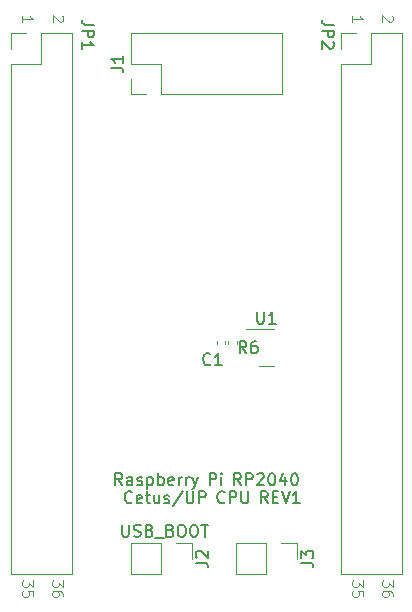
<source format=gbr>
G04 #@! TF.GenerationSoftware,KiCad,Pcbnew,(7.0.0)*
G04 #@! TF.CreationDate,2023-06-23T19:03:52+10:00*
G04 #@! TF.ProjectId,RP2040_minimal,52503230-3430-45f6-9d69-6e696d616c2e,REV1*
G04 #@! TF.SameCoordinates,Original*
G04 #@! TF.FileFunction,Legend,Top*
G04 #@! TF.FilePolarity,Positive*
%FSLAX46Y46*%
G04 Gerber Fmt 4.6, Leading zero omitted, Abs format (unit mm)*
G04 Created by KiCad (PCBNEW (7.0.0)) date 2023-06-23 19:03:52*
%MOMM*%
%LPD*%
G01*
G04 APERTURE LIST*
%ADD10C,0.100000*%
%ADD11C,0.150000*%
%ADD12C,0.120000*%
G04 APERTURE END LIST*
D10*
X145349357Y-123731428D02*
X145349357Y-124288571D01*
X145349357Y-124288571D02*
X145006500Y-123988571D01*
X145006500Y-123988571D02*
X145006500Y-124117142D01*
X145006500Y-124117142D02*
X144963642Y-124202857D01*
X144963642Y-124202857D02*
X144920785Y-124245714D01*
X144920785Y-124245714D02*
X144835071Y-124288571D01*
X144835071Y-124288571D02*
X144620785Y-124288571D01*
X144620785Y-124288571D02*
X144535071Y-124245714D01*
X144535071Y-124245714D02*
X144492214Y-124202857D01*
X144492214Y-124202857D02*
X144449357Y-124117142D01*
X144449357Y-124117142D02*
X144449357Y-123859999D01*
X144449357Y-123859999D02*
X144492214Y-123774285D01*
X144492214Y-123774285D02*
X144535071Y-123731428D01*
X145349357Y-125102857D02*
X145349357Y-124674285D01*
X145349357Y-124674285D02*
X144920785Y-124631428D01*
X144920785Y-124631428D02*
X144963642Y-124674285D01*
X144963642Y-124674285D02*
X145006500Y-124760000D01*
X145006500Y-124760000D02*
X145006500Y-124974285D01*
X145006500Y-124974285D02*
X144963642Y-125060000D01*
X144963642Y-125060000D02*
X144920785Y-125102857D01*
X144920785Y-125102857D02*
X144835071Y-125145714D01*
X144835071Y-125145714D02*
X144620785Y-125145714D01*
X144620785Y-125145714D02*
X144535071Y-125102857D01*
X144535071Y-125102857D02*
X144492214Y-125060000D01*
X144492214Y-125060000D02*
X144449357Y-124974285D01*
X144449357Y-124974285D02*
X144449357Y-124760000D01*
X144449357Y-124760000D02*
X144492214Y-124674285D01*
X144492214Y-124674285D02*
X144535071Y-124631428D01*
X175743642Y-75942857D02*
X175786500Y-75985714D01*
X175786500Y-75985714D02*
X175829357Y-76071429D01*
X175829357Y-76071429D02*
X175829357Y-76285714D01*
X175829357Y-76285714D02*
X175786500Y-76371429D01*
X175786500Y-76371429D02*
X175743642Y-76414286D01*
X175743642Y-76414286D02*
X175657928Y-76457143D01*
X175657928Y-76457143D02*
X175572214Y-76457143D01*
X175572214Y-76457143D02*
X175443642Y-76414286D01*
X175443642Y-76414286D02*
X174929357Y-75900000D01*
X174929357Y-75900000D02*
X174929357Y-76457143D01*
X173289357Y-123731428D02*
X173289357Y-124288571D01*
X173289357Y-124288571D02*
X172946500Y-123988571D01*
X172946500Y-123988571D02*
X172946500Y-124117142D01*
X172946500Y-124117142D02*
X172903642Y-124202857D01*
X172903642Y-124202857D02*
X172860785Y-124245714D01*
X172860785Y-124245714D02*
X172775071Y-124288571D01*
X172775071Y-124288571D02*
X172560785Y-124288571D01*
X172560785Y-124288571D02*
X172475071Y-124245714D01*
X172475071Y-124245714D02*
X172432214Y-124202857D01*
X172432214Y-124202857D02*
X172389357Y-124117142D01*
X172389357Y-124117142D02*
X172389357Y-123859999D01*
X172389357Y-123859999D02*
X172432214Y-123774285D01*
X172432214Y-123774285D02*
X172475071Y-123731428D01*
X173289357Y-125102857D02*
X173289357Y-124674285D01*
X173289357Y-124674285D02*
X172860785Y-124631428D01*
X172860785Y-124631428D02*
X172903642Y-124674285D01*
X172903642Y-124674285D02*
X172946500Y-124760000D01*
X172946500Y-124760000D02*
X172946500Y-124974285D01*
X172946500Y-124974285D02*
X172903642Y-125060000D01*
X172903642Y-125060000D02*
X172860785Y-125102857D01*
X172860785Y-125102857D02*
X172775071Y-125145714D01*
X172775071Y-125145714D02*
X172560785Y-125145714D01*
X172560785Y-125145714D02*
X172475071Y-125102857D01*
X172475071Y-125102857D02*
X172432214Y-125060000D01*
X172432214Y-125060000D02*
X172389357Y-124974285D01*
X172389357Y-124974285D02*
X172389357Y-124760000D01*
X172389357Y-124760000D02*
X172432214Y-124674285D01*
X172432214Y-124674285D02*
X172475071Y-124631428D01*
X147889357Y-123731428D02*
X147889357Y-124288571D01*
X147889357Y-124288571D02*
X147546500Y-123988571D01*
X147546500Y-123988571D02*
X147546500Y-124117142D01*
X147546500Y-124117142D02*
X147503642Y-124202857D01*
X147503642Y-124202857D02*
X147460785Y-124245714D01*
X147460785Y-124245714D02*
X147375071Y-124288571D01*
X147375071Y-124288571D02*
X147160785Y-124288571D01*
X147160785Y-124288571D02*
X147075071Y-124245714D01*
X147075071Y-124245714D02*
X147032214Y-124202857D01*
X147032214Y-124202857D02*
X146989357Y-124117142D01*
X146989357Y-124117142D02*
X146989357Y-123859999D01*
X146989357Y-123859999D02*
X147032214Y-123774285D01*
X147032214Y-123774285D02*
X147075071Y-123731428D01*
X147889357Y-125060000D02*
X147889357Y-124888571D01*
X147889357Y-124888571D02*
X147846500Y-124802857D01*
X147846500Y-124802857D02*
X147803642Y-124760000D01*
X147803642Y-124760000D02*
X147675071Y-124674285D01*
X147675071Y-124674285D02*
X147503642Y-124631428D01*
X147503642Y-124631428D02*
X147160785Y-124631428D01*
X147160785Y-124631428D02*
X147075071Y-124674285D01*
X147075071Y-124674285D02*
X147032214Y-124717142D01*
X147032214Y-124717142D02*
X146989357Y-124802857D01*
X146989357Y-124802857D02*
X146989357Y-124974285D01*
X146989357Y-124974285D02*
X147032214Y-125060000D01*
X147032214Y-125060000D02*
X147075071Y-125102857D01*
X147075071Y-125102857D02*
X147160785Y-125145714D01*
X147160785Y-125145714D02*
X147375071Y-125145714D01*
X147375071Y-125145714D02*
X147460785Y-125102857D01*
X147460785Y-125102857D02*
X147503642Y-125060000D01*
X147503642Y-125060000D02*
X147546500Y-124974285D01*
X147546500Y-124974285D02*
X147546500Y-124802857D01*
X147546500Y-124802857D02*
X147503642Y-124717142D01*
X147503642Y-124717142D02*
X147460785Y-124674285D01*
X147460785Y-124674285D02*
X147375071Y-124631428D01*
X175829357Y-123731428D02*
X175829357Y-124288571D01*
X175829357Y-124288571D02*
X175486500Y-123988571D01*
X175486500Y-123988571D02*
X175486500Y-124117142D01*
X175486500Y-124117142D02*
X175443642Y-124202857D01*
X175443642Y-124202857D02*
X175400785Y-124245714D01*
X175400785Y-124245714D02*
X175315071Y-124288571D01*
X175315071Y-124288571D02*
X175100785Y-124288571D01*
X175100785Y-124288571D02*
X175015071Y-124245714D01*
X175015071Y-124245714D02*
X174972214Y-124202857D01*
X174972214Y-124202857D02*
X174929357Y-124117142D01*
X174929357Y-124117142D02*
X174929357Y-123859999D01*
X174929357Y-123859999D02*
X174972214Y-123774285D01*
X174972214Y-123774285D02*
X175015071Y-123731428D01*
X175829357Y-125060000D02*
X175829357Y-124888571D01*
X175829357Y-124888571D02*
X175786500Y-124802857D01*
X175786500Y-124802857D02*
X175743642Y-124760000D01*
X175743642Y-124760000D02*
X175615071Y-124674285D01*
X175615071Y-124674285D02*
X175443642Y-124631428D01*
X175443642Y-124631428D02*
X175100785Y-124631428D01*
X175100785Y-124631428D02*
X175015071Y-124674285D01*
X175015071Y-124674285D02*
X174972214Y-124717142D01*
X174972214Y-124717142D02*
X174929357Y-124802857D01*
X174929357Y-124802857D02*
X174929357Y-124974285D01*
X174929357Y-124974285D02*
X174972214Y-125060000D01*
X174972214Y-125060000D02*
X175015071Y-125102857D01*
X175015071Y-125102857D02*
X175100785Y-125145714D01*
X175100785Y-125145714D02*
X175315071Y-125145714D01*
X175315071Y-125145714D02*
X175400785Y-125102857D01*
X175400785Y-125102857D02*
X175443642Y-125060000D01*
X175443642Y-125060000D02*
X175486500Y-124974285D01*
X175486500Y-124974285D02*
X175486500Y-124802857D01*
X175486500Y-124802857D02*
X175443642Y-124717142D01*
X175443642Y-124717142D02*
X175400785Y-124674285D01*
X175400785Y-124674285D02*
X175315071Y-124631428D01*
D11*
X152896189Y-115683380D02*
X152562856Y-115207190D01*
X152324761Y-115683380D02*
X152324761Y-114683380D01*
X152324761Y-114683380D02*
X152705713Y-114683380D01*
X152705713Y-114683380D02*
X152800951Y-114731000D01*
X152800951Y-114731000D02*
X152848570Y-114778619D01*
X152848570Y-114778619D02*
X152896189Y-114873857D01*
X152896189Y-114873857D02*
X152896189Y-115016714D01*
X152896189Y-115016714D02*
X152848570Y-115111952D01*
X152848570Y-115111952D02*
X152800951Y-115159571D01*
X152800951Y-115159571D02*
X152705713Y-115207190D01*
X152705713Y-115207190D02*
X152324761Y-115207190D01*
X153753332Y-115683380D02*
X153753332Y-115159571D01*
X153753332Y-115159571D02*
X153705713Y-115064333D01*
X153705713Y-115064333D02*
X153610475Y-115016714D01*
X153610475Y-115016714D02*
X153419999Y-115016714D01*
X153419999Y-115016714D02*
X153324761Y-115064333D01*
X153753332Y-115635761D02*
X153658094Y-115683380D01*
X153658094Y-115683380D02*
X153419999Y-115683380D01*
X153419999Y-115683380D02*
X153324761Y-115635761D01*
X153324761Y-115635761D02*
X153277142Y-115540523D01*
X153277142Y-115540523D02*
X153277142Y-115445285D01*
X153277142Y-115445285D02*
X153324761Y-115350047D01*
X153324761Y-115350047D02*
X153419999Y-115302428D01*
X153419999Y-115302428D02*
X153658094Y-115302428D01*
X153658094Y-115302428D02*
X153753332Y-115254809D01*
X154181904Y-115635761D02*
X154277142Y-115683380D01*
X154277142Y-115683380D02*
X154467618Y-115683380D01*
X154467618Y-115683380D02*
X154562856Y-115635761D01*
X154562856Y-115635761D02*
X154610475Y-115540523D01*
X154610475Y-115540523D02*
X154610475Y-115492904D01*
X154610475Y-115492904D02*
X154562856Y-115397666D01*
X154562856Y-115397666D02*
X154467618Y-115350047D01*
X154467618Y-115350047D02*
X154324761Y-115350047D01*
X154324761Y-115350047D02*
X154229523Y-115302428D01*
X154229523Y-115302428D02*
X154181904Y-115207190D01*
X154181904Y-115207190D02*
X154181904Y-115159571D01*
X154181904Y-115159571D02*
X154229523Y-115064333D01*
X154229523Y-115064333D02*
X154324761Y-115016714D01*
X154324761Y-115016714D02*
X154467618Y-115016714D01*
X154467618Y-115016714D02*
X154562856Y-115064333D01*
X155039047Y-115016714D02*
X155039047Y-116016714D01*
X155039047Y-115064333D02*
X155134285Y-115016714D01*
X155134285Y-115016714D02*
X155324761Y-115016714D01*
X155324761Y-115016714D02*
X155419999Y-115064333D01*
X155419999Y-115064333D02*
X155467618Y-115111952D01*
X155467618Y-115111952D02*
X155515237Y-115207190D01*
X155515237Y-115207190D02*
X155515237Y-115492904D01*
X155515237Y-115492904D02*
X155467618Y-115588142D01*
X155467618Y-115588142D02*
X155419999Y-115635761D01*
X155419999Y-115635761D02*
X155324761Y-115683380D01*
X155324761Y-115683380D02*
X155134285Y-115683380D01*
X155134285Y-115683380D02*
X155039047Y-115635761D01*
X155943809Y-115683380D02*
X155943809Y-114683380D01*
X155943809Y-115064333D02*
X156039047Y-115016714D01*
X156039047Y-115016714D02*
X156229523Y-115016714D01*
X156229523Y-115016714D02*
X156324761Y-115064333D01*
X156324761Y-115064333D02*
X156372380Y-115111952D01*
X156372380Y-115111952D02*
X156419999Y-115207190D01*
X156419999Y-115207190D02*
X156419999Y-115492904D01*
X156419999Y-115492904D02*
X156372380Y-115588142D01*
X156372380Y-115588142D02*
X156324761Y-115635761D01*
X156324761Y-115635761D02*
X156229523Y-115683380D01*
X156229523Y-115683380D02*
X156039047Y-115683380D01*
X156039047Y-115683380D02*
X155943809Y-115635761D01*
X157229523Y-115635761D02*
X157134285Y-115683380D01*
X157134285Y-115683380D02*
X156943809Y-115683380D01*
X156943809Y-115683380D02*
X156848571Y-115635761D01*
X156848571Y-115635761D02*
X156800952Y-115540523D01*
X156800952Y-115540523D02*
X156800952Y-115159571D01*
X156800952Y-115159571D02*
X156848571Y-115064333D01*
X156848571Y-115064333D02*
X156943809Y-115016714D01*
X156943809Y-115016714D02*
X157134285Y-115016714D01*
X157134285Y-115016714D02*
X157229523Y-115064333D01*
X157229523Y-115064333D02*
X157277142Y-115159571D01*
X157277142Y-115159571D02*
X157277142Y-115254809D01*
X157277142Y-115254809D02*
X156800952Y-115350047D01*
X157705714Y-115683380D02*
X157705714Y-115016714D01*
X157705714Y-115207190D02*
X157753333Y-115111952D01*
X157753333Y-115111952D02*
X157800952Y-115064333D01*
X157800952Y-115064333D02*
X157896190Y-115016714D01*
X157896190Y-115016714D02*
X157991428Y-115016714D01*
X158324762Y-115683380D02*
X158324762Y-115016714D01*
X158324762Y-115207190D02*
X158372381Y-115111952D01*
X158372381Y-115111952D02*
X158420000Y-115064333D01*
X158420000Y-115064333D02*
X158515238Y-115016714D01*
X158515238Y-115016714D02*
X158610476Y-115016714D01*
X158848572Y-115016714D02*
X159086667Y-115683380D01*
X159324762Y-115016714D02*
X159086667Y-115683380D01*
X159086667Y-115683380D02*
X158991429Y-115921476D01*
X158991429Y-115921476D02*
X158943810Y-115969095D01*
X158943810Y-115969095D02*
X158848572Y-116016714D01*
X160305715Y-115683380D02*
X160305715Y-114683380D01*
X160305715Y-114683380D02*
X160686667Y-114683380D01*
X160686667Y-114683380D02*
X160781905Y-114731000D01*
X160781905Y-114731000D02*
X160829524Y-114778619D01*
X160829524Y-114778619D02*
X160877143Y-114873857D01*
X160877143Y-114873857D02*
X160877143Y-115016714D01*
X160877143Y-115016714D02*
X160829524Y-115111952D01*
X160829524Y-115111952D02*
X160781905Y-115159571D01*
X160781905Y-115159571D02*
X160686667Y-115207190D01*
X160686667Y-115207190D02*
X160305715Y-115207190D01*
X161305715Y-115683380D02*
X161305715Y-115016714D01*
X161305715Y-114683380D02*
X161258096Y-114731000D01*
X161258096Y-114731000D02*
X161305715Y-114778619D01*
X161305715Y-114778619D02*
X161353334Y-114731000D01*
X161353334Y-114731000D02*
X161305715Y-114683380D01*
X161305715Y-114683380D02*
X161305715Y-114778619D01*
X162953333Y-115683380D02*
X162620000Y-115207190D01*
X162381905Y-115683380D02*
X162381905Y-114683380D01*
X162381905Y-114683380D02*
X162762857Y-114683380D01*
X162762857Y-114683380D02*
X162858095Y-114731000D01*
X162858095Y-114731000D02*
X162905714Y-114778619D01*
X162905714Y-114778619D02*
X162953333Y-114873857D01*
X162953333Y-114873857D02*
X162953333Y-115016714D01*
X162953333Y-115016714D02*
X162905714Y-115111952D01*
X162905714Y-115111952D02*
X162858095Y-115159571D01*
X162858095Y-115159571D02*
X162762857Y-115207190D01*
X162762857Y-115207190D02*
X162381905Y-115207190D01*
X163381905Y-115683380D02*
X163381905Y-114683380D01*
X163381905Y-114683380D02*
X163762857Y-114683380D01*
X163762857Y-114683380D02*
X163858095Y-114731000D01*
X163858095Y-114731000D02*
X163905714Y-114778619D01*
X163905714Y-114778619D02*
X163953333Y-114873857D01*
X163953333Y-114873857D02*
X163953333Y-115016714D01*
X163953333Y-115016714D02*
X163905714Y-115111952D01*
X163905714Y-115111952D02*
X163858095Y-115159571D01*
X163858095Y-115159571D02*
X163762857Y-115207190D01*
X163762857Y-115207190D02*
X163381905Y-115207190D01*
X164334286Y-114778619D02*
X164381905Y-114731000D01*
X164381905Y-114731000D02*
X164477143Y-114683380D01*
X164477143Y-114683380D02*
X164715238Y-114683380D01*
X164715238Y-114683380D02*
X164810476Y-114731000D01*
X164810476Y-114731000D02*
X164858095Y-114778619D01*
X164858095Y-114778619D02*
X164905714Y-114873857D01*
X164905714Y-114873857D02*
X164905714Y-114969095D01*
X164905714Y-114969095D02*
X164858095Y-115111952D01*
X164858095Y-115111952D02*
X164286667Y-115683380D01*
X164286667Y-115683380D02*
X164905714Y-115683380D01*
X165524762Y-114683380D02*
X165620000Y-114683380D01*
X165620000Y-114683380D02*
X165715238Y-114731000D01*
X165715238Y-114731000D02*
X165762857Y-114778619D01*
X165762857Y-114778619D02*
X165810476Y-114873857D01*
X165810476Y-114873857D02*
X165858095Y-115064333D01*
X165858095Y-115064333D02*
X165858095Y-115302428D01*
X165858095Y-115302428D02*
X165810476Y-115492904D01*
X165810476Y-115492904D02*
X165762857Y-115588142D01*
X165762857Y-115588142D02*
X165715238Y-115635761D01*
X165715238Y-115635761D02*
X165620000Y-115683380D01*
X165620000Y-115683380D02*
X165524762Y-115683380D01*
X165524762Y-115683380D02*
X165429524Y-115635761D01*
X165429524Y-115635761D02*
X165381905Y-115588142D01*
X165381905Y-115588142D02*
X165334286Y-115492904D01*
X165334286Y-115492904D02*
X165286667Y-115302428D01*
X165286667Y-115302428D02*
X165286667Y-115064333D01*
X165286667Y-115064333D02*
X165334286Y-114873857D01*
X165334286Y-114873857D02*
X165381905Y-114778619D01*
X165381905Y-114778619D02*
X165429524Y-114731000D01*
X165429524Y-114731000D02*
X165524762Y-114683380D01*
X166715238Y-115016714D02*
X166715238Y-115683380D01*
X166477143Y-114635761D02*
X166239048Y-115350047D01*
X166239048Y-115350047D02*
X166858095Y-115350047D01*
X167429524Y-114683380D02*
X167524762Y-114683380D01*
X167524762Y-114683380D02*
X167620000Y-114731000D01*
X167620000Y-114731000D02*
X167667619Y-114778619D01*
X167667619Y-114778619D02*
X167715238Y-114873857D01*
X167715238Y-114873857D02*
X167762857Y-115064333D01*
X167762857Y-115064333D02*
X167762857Y-115302428D01*
X167762857Y-115302428D02*
X167715238Y-115492904D01*
X167715238Y-115492904D02*
X167667619Y-115588142D01*
X167667619Y-115588142D02*
X167620000Y-115635761D01*
X167620000Y-115635761D02*
X167524762Y-115683380D01*
X167524762Y-115683380D02*
X167429524Y-115683380D01*
X167429524Y-115683380D02*
X167334286Y-115635761D01*
X167334286Y-115635761D02*
X167286667Y-115588142D01*
X167286667Y-115588142D02*
X167239048Y-115492904D01*
X167239048Y-115492904D02*
X167191429Y-115302428D01*
X167191429Y-115302428D02*
X167191429Y-115064333D01*
X167191429Y-115064333D02*
X167239048Y-114873857D01*
X167239048Y-114873857D02*
X167286667Y-114778619D01*
X167286667Y-114778619D02*
X167334286Y-114731000D01*
X167334286Y-114731000D02*
X167429524Y-114683380D01*
D10*
X172389357Y-76457143D02*
X172389357Y-75942857D01*
X172389357Y-76200000D02*
X173289357Y-76200000D01*
X173289357Y-76200000D02*
X173160785Y-76114286D01*
X173160785Y-76114286D02*
X173075071Y-76028571D01*
X173075071Y-76028571D02*
X173032214Y-75942857D01*
D11*
X152892571Y-119049380D02*
X152892571Y-119858904D01*
X152892571Y-119858904D02*
X152940190Y-119954142D01*
X152940190Y-119954142D02*
X152987809Y-120001761D01*
X152987809Y-120001761D02*
X153083047Y-120049380D01*
X153083047Y-120049380D02*
X153273523Y-120049380D01*
X153273523Y-120049380D02*
X153368761Y-120001761D01*
X153368761Y-120001761D02*
X153416380Y-119954142D01*
X153416380Y-119954142D02*
X153463999Y-119858904D01*
X153463999Y-119858904D02*
X153463999Y-119049380D01*
X153892571Y-120001761D02*
X154035428Y-120049380D01*
X154035428Y-120049380D02*
X154273523Y-120049380D01*
X154273523Y-120049380D02*
X154368761Y-120001761D01*
X154368761Y-120001761D02*
X154416380Y-119954142D01*
X154416380Y-119954142D02*
X154463999Y-119858904D01*
X154463999Y-119858904D02*
X154463999Y-119763666D01*
X154463999Y-119763666D02*
X154416380Y-119668428D01*
X154416380Y-119668428D02*
X154368761Y-119620809D01*
X154368761Y-119620809D02*
X154273523Y-119573190D01*
X154273523Y-119573190D02*
X154083047Y-119525571D01*
X154083047Y-119525571D02*
X153987809Y-119477952D01*
X153987809Y-119477952D02*
X153940190Y-119430333D01*
X153940190Y-119430333D02*
X153892571Y-119335095D01*
X153892571Y-119335095D02*
X153892571Y-119239857D01*
X153892571Y-119239857D02*
X153940190Y-119144619D01*
X153940190Y-119144619D02*
X153987809Y-119097000D01*
X153987809Y-119097000D02*
X154083047Y-119049380D01*
X154083047Y-119049380D02*
X154321142Y-119049380D01*
X154321142Y-119049380D02*
X154463999Y-119097000D01*
X155225904Y-119525571D02*
X155368761Y-119573190D01*
X155368761Y-119573190D02*
X155416380Y-119620809D01*
X155416380Y-119620809D02*
X155463999Y-119716047D01*
X155463999Y-119716047D02*
X155463999Y-119858904D01*
X155463999Y-119858904D02*
X155416380Y-119954142D01*
X155416380Y-119954142D02*
X155368761Y-120001761D01*
X155368761Y-120001761D02*
X155273523Y-120049380D01*
X155273523Y-120049380D02*
X154892571Y-120049380D01*
X154892571Y-120049380D02*
X154892571Y-119049380D01*
X154892571Y-119049380D02*
X155225904Y-119049380D01*
X155225904Y-119049380D02*
X155321142Y-119097000D01*
X155321142Y-119097000D02*
X155368761Y-119144619D01*
X155368761Y-119144619D02*
X155416380Y-119239857D01*
X155416380Y-119239857D02*
X155416380Y-119335095D01*
X155416380Y-119335095D02*
X155368761Y-119430333D01*
X155368761Y-119430333D02*
X155321142Y-119477952D01*
X155321142Y-119477952D02*
X155225904Y-119525571D01*
X155225904Y-119525571D02*
X154892571Y-119525571D01*
X155654476Y-120144619D02*
X156416380Y-120144619D01*
X156987809Y-119525571D02*
X157130666Y-119573190D01*
X157130666Y-119573190D02*
X157178285Y-119620809D01*
X157178285Y-119620809D02*
X157225904Y-119716047D01*
X157225904Y-119716047D02*
X157225904Y-119858904D01*
X157225904Y-119858904D02*
X157178285Y-119954142D01*
X157178285Y-119954142D02*
X157130666Y-120001761D01*
X157130666Y-120001761D02*
X157035428Y-120049380D01*
X157035428Y-120049380D02*
X156654476Y-120049380D01*
X156654476Y-120049380D02*
X156654476Y-119049380D01*
X156654476Y-119049380D02*
X156987809Y-119049380D01*
X156987809Y-119049380D02*
X157083047Y-119097000D01*
X157083047Y-119097000D02*
X157130666Y-119144619D01*
X157130666Y-119144619D02*
X157178285Y-119239857D01*
X157178285Y-119239857D02*
X157178285Y-119335095D01*
X157178285Y-119335095D02*
X157130666Y-119430333D01*
X157130666Y-119430333D02*
X157083047Y-119477952D01*
X157083047Y-119477952D02*
X156987809Y-119525571D01*
X156987809Y-119525571D02*
X156654476Y-119525571D01*
X157844952Y-119049380D02*
X158035428Y-119049380D01*
X158035428Y-119049380D02*
X158130666Y-119097000D01*
X158130666Y-119097000D02*
X158225904Y-119192238D01*
X158225904Y-119192238D02*
X158273523Y-119382714D01*
X158273523Y-119382714D02*
X158273523Y-119716047D01*
X158273523Y-119716047D02*
X158225904Y-119906523D01*
X158225904Y-119906523D02*
X158130666Y-120001761D01*
X158130666Y-120001761D02*
X158035428Y-120049380D01*
X158035428Y-120049380D02*
X157844952Y-120049380D01*
X157844952Y-120049380D02*
X157749714Y-120001761D01*
X157749714Y-120001761D02*
X157654476Y-119906523D01*
X157654476Y-119906523D02*
X157606857Y-119716047D01*
X157606857Y-119716047D02*
X157606857Y-119382714D01*
X157606857Y-119382714D02*
X157654476Y-119192238D01*
X157654476Y-119192238D02*
X157749714Y-119097000D01*
X157749714Y-119097000D02*
X157844952Y-119049380D01*
X158892571Y-119049380D02*
X159083047Y-119049380D01*
X159083047Y-119049380D02*
X159178285Y-119097000D01*
X159178285Y-119097000D02*
X159273523Y-119192238D01*
X159273523Y-119192238D02*
X159321142Y-119382714D01*
X159321142Y-119382714D02*
X159321142Y-119716047D01*
X159321142Y-119716047D02*
X159273523Y-119906523D01*
X159273523Y-119906523D02*
X159178285Y-120001761D01*
X159178285Y-120001761D02*
X159083047Y-120049380D01*
X159083047Y-120049380D02*
X158892571Y-120049380D01*
X158892571Y-120049380D02*
X158797333Y-120001761D01*
X158797333Y-120001761D02*
X158702095Y-119906523D01*
X158702095Y-119906523D02*
X158654476Y-119716047D01*
X158654476Y-119716047D02*
X158654476Y-119382714D01*
X158654476Y-119382714D02*
X158702095Y-119192238D01*
X158702095Y-119192238D02*
X158797333Y-119097000D01*
X158797333Y-119097000D02*
X158892571Y-119049380D01*
X159606857Y-119049380D02*
X160178285Y-119049380D01*
X159892571Y-120049380D02*
X159892571Y-119049380D01*
X153737523Y-117112142D02*
X153689904Y-117159761D01*
X153689904Y-117159761D02*
X153547047Y-117207380D01*
X153547047Y-117207380D02*
X153451809Y-117207380D01*
X153451809Y-117207380D02*
X153308952Y-117159761D01*
X153308952Y-117159761D02*
X153213714Y-117064523D01*
X153213714Y-117064523D02*
X153166095Y-116969285D01*
X153166095Y-116969285D02*
X153118476Y-116778809D01*
X153118476Y-116778809D02*
X153118476Y-116635952D01*
X153118476Y-116635952D02*
X153166095Y-116445476D01*
X153166095Y-116445476D02*
X153213714Y-116350238D01*
X153213714Y-116350238D02*
X153308952Y-116255000D01*
X153308952Y-116255000D02*
X153451809Y-116207380D01*
X153451809Y-116207380D02*
X153547047Y-116207380D01*
X153547047Y-116207380D02*
X153689904Y-116255000D01*
X153689904Y-116255000D02*
X153737523Y-116302619D01*
X154547047Y-117159761D02*
X154451809Y-117207380D01*
X154451809Y-117207380D02*
X154261333Y-117207380D01*
X154261333Y-117207380D02*
X154166095Y-117159761D01*
X154166095Y-117159761D02*
X154118476Y-117064523D01*
X154118476Y-117064523D02*
X154118476Y-116683571D01*
X154118476Y-116683571D02*
X154166095Y-116588333D01*
X154166095Y-116588333D02*
X154261333Y-116540714D01*
X154261333Y-116540714D02*
X154451809Y-116540714D01*
X154451809Y-116540714D02*
X154547047Y-116588333D01*
X154547047Y-116588333D02*
X154594666Y-116683571D01*
X154594666Y-116683571D02*
X154594666Y-116778809D01*
X154594666Y-116778809D02*
X154118476Y-116874047D01*
X154880381Y-116540714D02*
X155261333Y-116540714D01*
X155023238Y-116207380D02*
X155023238Y-117064523D01*
X155023238Y-117064523D02*
X155070857Y-117159761D01*
X155070857Y-117159761D02*
X155166095Y-117207380D01*
X155166095Y-117207380D02*
X155261333Y-117207380D01*
X156023238Y-116540714D02*
X156023238Y-117207380D01*
X155594667Y-116540714D02*
X155594667Y-117064523D01*
X155594667Y-117064523D02*
X155642286Y-117159761D01*
X155642286Y-117159761D02*
X155737524Y-117207380D01*
X155737524Y-117207380D02*
X155880381Y-117207380D01*
X155880381Y-117207380D02*
X155975619Y-117159761D01*
X155975619Y-117159761D02*
X156023238Y-117112142D01*
X156451810Y-117159761D02*
X156547048Y-117207380D01*
X156547048Y-117207380D02*
X156737524Y-117207380D01*
X156737524Y-117207380D02*
X156832762Y-117159761D01*
X156832762Y-117159761D02*
X156880381Y-117064523D01*
X156880381Y-117064523D02*
X156880381Y-117016904D01*
X156880381Y-117016904D02*
X156832762Y-116921666D01*
X156832762Y-116921666D02*
X156737524Y-116874047D01*
X156737524Y-116874047D02*
X156594667Y-116874047D01*
X156594667Y-116874047D02*
X156499429Y-116826428D01*
X156499429Y-116826428D02*
X156451810Y-116731190D01*
X156451810Y-116731190D02*
X156451810Y-116683571D01*
X156451810Y-116683571D02*
X156499429Y-116588333D01*
X156499429Y-116588333D02*
X156594667Y-116540714D01*
X156594667Y-116540714D02*
X156737524Y-116540714D01*
X156737524Y-116540714D02*
X156832762Y-116588333D01*
X158023238Y-116159761D02*
X157166096Y-117445476D01*
X158356572Y-116207380D02*
X158356572Y-117016904D01*
X158356572Y-117016904D02*
X158404191Y-117112142D01*
X158404191Y-117112142D02*
X158451810Y-117159761D01*
X158451810Y-117159761D02*
X158547048Y-117207380D01*
X158547048Y-117207380D02*
X158737524Y-117207380D01*
X158737524Y-117207380D02*
X158832762Y-117159761D01*
X158832762Y-117159761D02*
X158880381Y-117112142D01*
X158880381Y-117112142D02*
X158928000Y-117016904D01*
X158928000Y-117016904D02*
X158928000Y-116207380D01*
X159404191Y-117207380D02*
X159404191Y-116207380D01*
X159404191Y-116207380D02*
X159785143Y-116207380D01*
X159785143Y-116207380D02*
X159880381Y-116255000D01*
X159880381Y-116255000D02*
X159928000Y-116302619D01*
X159928000Y-116302619D02*
X159975619Y-116397857D01*
X159975619Y-116397857D02*
X159975619Y-116540714D01*
X159975619Y-116540714D02*
X159928000Y-116635952D01*
X159928000Y-116635952D02*
X159880381Y-116683571D01*
X159880381Y-116683571D02*
X159785143Y-116731190D01*
X159785143Y-116731190D02*
X159404191Y-116731190D01*
X161575619Y-117112142D02*
X161528000Y-117159761D01*
X161528000Y-117159761D02*
X161385143Y-117207380D01*
X161385143Y-117207380D02*
X161289905Y-117207380D01*
X161289905Y-117207380D02*
X161147048Y-117159761D01*
X161147048Y-117159761D02*
X161051810Y-117064523D01*
X161051810Y-117064523D02*
X161004191Y-116969285D01*
X161004191Y-116969285D02*
X160956572Y-116778809D01*
X160956572Y-116778809D02*
X160956572Y-116635952D01*
X160956572Y-116635952D02*
X161004191Y-116445476D01*
X161004191Y-116445476D02*
X161051810Y-116350238D01*
X161051810Y-116350238D02*
X161147048Y-116255000D01*
X161147048Y-116255000D02*
X161289905Y-116207380D01*
X161289905Y-116207380D02*
X161385143Y-116207380D01*
X161385143Y-116207380D02*
X161528000Y-116255000D01*
X161528000Y-116255000D02*
X161575619Y-116302619D01*
X162004191Y-117207380D02*
X162004191Y-116207380D01*
X162004191Y-116207380D02*
X162385143Y-116207380D01*
X162385143Y-116207380D02*
X162480381Y-116255000D01*
X162480381Y-116255000D02*
X162528000Y-116302619D01*
X162528000Y-116302619D02*
X162575619Y-116397857D01*
X162575619Y-116397857D02*
X162575619Y-116540714D01*
X162575619Y-116540714D02*
X162528000Y-116635952D01*
X162528000Y-116635952D02*
X162480381Y-116683571D01*
X162480381Y-116683571D02*
X162385143Y-116731190D01*
X162385143Y-116731190D02*
X162004191Y-116731190D01*
X163004191Y-116207380D02*
X163004191Y-117016904D01*
X163004191Y-117016904D02*
X163051810Y-117112142D01*
X163051810Y-117112142D02*
X163099429Y-117159761D01*
X163099429Y-117159761D02*
X163194667Y-117207380D01*
X163194667Y-117207380D02*
X163385143Y-117207380D01*
X163385143Y-117207380D02*
X163480381Y-117159761D01*
X163480381Y-117159761D02*
X163528000Y-117112142D01*
X163528000Y-117112142D02*
X163575619Y-117016904D01*
X163575619Y-117016904D02*
X163575619Y-116207380D01*
X165223238Y-117207380D02*
X164889905Y-116731190D01*
X164651810Y-117207380D02*
X164651810Y-116207380D01*
X164651810Y-116207380D02*
X165032762Y-116207380D01*
X165032762Y-116207380D02*
X165128000Y-116255000D01*
X165128000Y-116255000D02*
X165175619Y-116302619D01*
X165175619Y-116302619D02*
X165223238Y-116397857D01*
X165223238Y-116397857D02*
X165223238Y-116540714D01*
X165223238Y-116540714D02*
X165175619Y-116635952D01*
X165175619Y-116635952D02*
X165128000Y-116683571D01*
X165128000Y-116683571D02*
X165032762Y-116731190D01*
X165032762Y-116731190D02*
X164651810Y-116731190D01*
X165651810Y-116683571D02*
X165985143Y-116683571D01*
X166128000Y-117207380D02*
X165651810Y-117207380D01*
X165651810Y-117207380D02*
X165651810Y-116207380D01*
X165651810Y-116207380D02*
X166128000Y-116207380D01*
X166413715Y-116207380D02*
X166747048Y-117207380D01*
X166747048Y-117207380D02*
X167080381Y-116207380D01*
X167937524Y-117207380D02*
X167366096Y-117207380D01*
X167651810Y-117207380D02*
X167651810Y-116207380D01*
X167651810Y-116207380D02*
X167556572Y-116350238D01*
X167556572Y-116350238D02*
X167461334Y-116445476D01*
X167461334Y-116445476D02*
X167366096Y-116493095D01*
D10*
X147833642Y-75942857D02*
X147876500Y-75985714D01*
X147876500Y-75985714D02*
X147919357Y-76071429D01*
X147919357Y-76071429D02*
X147919357Y-76285714D01*
X147919357Y-76285714D02*
X147876500Y-76371429D01*
X147876500Y-76371429D02*
X147833642Y-76414286D01*
X147833642Y-76414286D02*
X147747928Y-76457143D01*
X147747928Y-76457143D02*
X147662214Y-76457143D01*
X147662214Y-76457143D02*
X147533642Y-76414286D01*
X147533642Y-76414286D02*
X147019357Y-75900000D01*
X147019357Y-75900000D02*
X147019357Y-76457143D01*
X144449357Y-76457143D02*
X144449357Y-75942857D01*
X144449357Y-76200000D02*
X145349357Y-76200000D01*
X145349357Y-76200000D02*
X145220785Y-76114286D01*
X145220785Y-76114286D02*
X145135071Y-76028571D01*
X145135071Y-76028571D02*
X145092214Y-75942857D01*
D11*
X168067380Y-122253333D02*
X168781666Y-122253333D01*
X168781666Y-122253333D02*
X168924523Y-122300952D01*
X168924523Y-122300952D02*
X169019761Y-122396190D01*
X169019761Y-122396190D02*
X169067380Y-122539047D01*
X169067380Y-122539047D02*
X169067380Y-122634285D01*
X168067380Y-121872380D02*
X168067380Y-121253333D01*
X168067380Y-121253333D02*
X168448333Y-121586666D01*
X168448333Y-121586666D02*
X168448333Y-121443809D01*
X168448333Y-121443809D02*
X168495952Y-121348571D01*
X168495952Y-121348571D02*
X168543571Y-121300952D01*
X168543571Y-121300952D02*
X168638809Y-121253333D01*
X168638809Y-121253333D02*
X168876904Y-121253333D01*
X168876904Y-121253333D02*
X168972142Y-121300952D01*
X168972142Y-121300952D02*
X169019761Y-121348571D01*
X169019761Y-121348571D02*
X169067380Y-121443809D01*
X169067380Y-121443809D02*
X169067380Y-121729523D01*
X169067380Y-121729523D02*
X169019761Y-121824761D01*
X169019761Y-121824761D02*
X168972142Y-121872380D01*
X151977380Y-80343333D02*
X152691666Y-80343333D01*
X152691666Y-80343333D02*
X152834523Y-80390952D01*
X152834523Y-80390952D02*
X152929761Y-80486190D01*
X152929761Y-80486190D02*
X152977380Y-80629047D01*
X152977380Y-80629047D02*
X152977380Y-80724285D01*
X152977380Y-79343333D02*
X152977380Y-79914761D01*
X152977380Y-79629047D02*
X151977380Y-79629047D01*
X151977380Y-79629047D02*
X152120238Y-79724285D01*
X152120238Y-79724285D02*
X152215476Y-79819523D01*
X152215476Y-79819523D02*
X152263095Y-79914761D01*
X170812619Y-76723809D02*
X170098333Y-76723809D01*
X170098333Y-76723809D02*
X169955476Y-76676190D01*
X169955476Y-76676190D02*
X169860238Y-76580952D01*
X169860238Y-76580952D02*
X169812619Y-76438095D01*
X169812619Y-76438095D02*
X169812619Y-76342857D01*
X169812619Y-77200000D02*
X170812619Y-77200000D01*
X170812619Y-77200000D02*
X170812619Y-77580952D01*
X170812619Y-77580952D02*
X170765000Y-77676190D01*
X170765000Y-77676190D02*
X170717380Y-77723809D01*
X170717380Y-77723809D02*
X170622142Y-77771428D01*
X170622142Y-77771428D02*
X170479285Y-77771428D01*
X170479285Y-77771428D02*
X170384047Y-77723809D01*
X170384047Y-77723809D02*
X170336428Y-77676190D01*
X170336428Y-77676190D02*
X170288809Y-77580952D01*
X170288809Y-77580952D02*
X170288809Y-77200000D01*
X170717380Y-78152381D02*
X170765000Y-78200000D01*
X170765000Y-78200000D02*
X170812619Y-78295238D01*
X170812619Y-78295238D02*
X170812619Y-78533333D01*
X170812619Y-78533333D02*
X170765000Y-78628571D01*
X170765000Y-78628571D02*
X170717380Y-78676190D01*
X170717380Y-78676190D02*
X170622142Y-78723809D01*
X170622142Y-78723809D02*
X170526904Y-78723809D01*
X170526904Y-78723809D02*
X170384047Y-78676190D01*
X170384047Y-78676190D02*
X169812619Y-78104762D01*
X169812619Y-78104762D02*
X169812619Y-78723809D01*
X164335595Y-101006180D02*
X164335595Y-101815704D01*
X164335595Y-101815704D02*
X164383214Y-101910942D01*
X164383214Y-101910942D02*
X164430833Y-101958561D01*
X164430833Y-101958561D02*
X164526071Y-102006180D01*
X164526071Y-102006180D02*
X164716547Y-102006180D01*
X164716547Y-102006180D02*
X164811785Y-101958561D01*
X164811785Y-101958561D02*
X164859404Y-101910942D01*
X164859404Y-101910942D02*
X164907023Y-101815704D01*
X164907023Y-101815704D02*
X164907023Y-101006180D01*
X165907023Y-102006180D02*
X165335595Y-102006180D01*
X165621309Y-102006180D02*
X165621309Y-101006180D01*
X165621309Y-101006180D02*
X165526071Y-101149038D01*
X165526071Y-101149038D02*
X165430833Y-101244276D01*
X165430833Y-101244276D02*
X165335595Y-101291895D01*
X163409333Y-104507380D02*
X163076000Y-104031190D01*
X162837905Y-104507380D02*
X162837905Y-103507380D01*
X162837905Y-103507380D02*
X163218857Y-103507380D01*
X163218857Y-103507380D02*
X163314095Y-103555000D01*
X163314095Y-103555000D02*
X163361714Y-103602619D01*
X163361714Y-103602619D02*
X163409333Y-103697857D01*
X163409333Y-103697857D02*
X163409333Y-103840714D01*
X163409333Y-103840714D02*
X163361714Y-103935952D01*
X163361714Y-103935952D02*
X163314095Y-103983571D01*
X163314095Y-103983571D02*
X163218857Y-104031190D01*
X163218857Y-104031190D02*
X162837905Y-104031190D01*
X164266476Y-103507380D02*
X164076000Y-103507380D01*
X164076000Y-103507380D02*
X163980762Y-103555000D01*
X163980762Y-103555000D02*
X163933143Y-103602619D01*
X163933143Y-103602619D02*
X163837905Y-103745476D01*
X163837905Y-103745476D02*
X163790286Y-103935952D01*
X163790286Y-103935952D02*
X163790286Y-104316904D01*
X163790286Y-104316904D02*
X163837905Y-104412142D01*
X163837905Y-104412142D02*
X163885524Y-104459761D01*
X163885524Y-104459761D02*
X163980762Y-104507380D01*
X163980762Y-104507380D02*
X164171238Y-104507380D01*
X164171238Y-104507380D02*
X164266476Y-104459761D01*
X164266476Y-104459761D02*
X164314095Y-104412142D01*
X164314095Y-104412142D02*
X164361714Y-104316904D01*
X164361714Y-104316904D02*
X164361714Y-104078809D01*
X164361714Y-104078809D02*
X164314095Y-103983571D01*
X164314095Y-103983571D02*
X164266476Y-103935952D01*
X164266476Y-103935952D02*
X164171238Y-103888333D01*
X164171238Y-103888333D02*
X163980762Y-103888333D01*
X163980762Y-103888333D02*
X163885524Y-103935952D01*
X163885524Y-103935952D02*
X163837905Y-103983571D01*
X163837905Y-103983571D02*
X163790286Y-104078809D01*
X160361333Y-105428142D02*
X160313714Y-105475761D01*
X160313714Y-105475761D02*
X160170857Y-105523380D01*
X160170857Y-105523380D02*
X160075619Y-105523380D01*
X160075619Y-105523380D02*
X159932762Y-105475761D01*
X159932762Y-105475761D02*
X159837524Y-105380523D01*
X159837524Y-105380523D02*
X159789905Y-105285285D01*
X159789905Y-105285285D02*
X159742286Y-105094809D01*
X159742286Y-105094809D02*
X159742286Y-104951952D01*
X159742286Y-104951952D02*
X159789905Y-104761476D01*
X159789905Y-104761476D02*
X159837524Y-104666238D01*
X159837524Y-104666238D02*
X159932762Y-104571000D01*
X159932762Y-104571000D02*
X160075619Y-104523380D01*
X160075619Y-104523380D02*
X160170857Y-104523380D01*
X160170857Y-104523380D02*
X160313714Y-104571000D01*
X160313714Y-104571000D02*
X160361333Y-104618619D01*
X161313714Y-105523380D02*
X160742286Y-105523380D01*
X161028000Y-105523380D02*
X161028000Y-104523380D01*
X161028000Y-104523380D02*
X160932762Y-104666238D01*
X160932762Y-104666238D02*
X160837524Y-104761476D01*
X160837524Y-104761476D02*
X160742286Y-104809095D01*
X150492619Y-76723809D02*
X149778333Y-76723809D01*
X149778333Y-76723809D02*
X149635476Y-76676190D01*
X149635476Y-76676190D02*
X149540238Y-76580952D01*
X149540238Y-76580952D02*
X149492619Y-76438095D01*
X149492619Y-76438095D02*
X149492619Y-76342857D01*
X149492619Y-77200000D02*
X150492619Y-77200000D01*
X150492619Y-77200000D02*
X150492619Y-77580952D01*
X150492619Y-77580952D02*
X150445000Y-77676190D01*
X150445000Y-77676190D02*
X150397380Y-77723809D01*
X150397380Y-77723809D02*
X150302142Y-77771428D01*
X150302142Y-77771428D02*
X150159285Y-77771428D01*
X150159285Y-77771428D02*
X150064047Y-77723809D01*
X150064047Y-77723809D02*
X150016428Y-77676190D01*
X150016428Y-77676190D02*
X149968809Y-77580952D01*
X149968809Y-77580952D02*
X149968809Y-77200000D01*
X149492619Y-78723809D02*
X149492619Y-78152381D01*
X149492619Y-78438095D02*
X150492619Y-78438095D01*
X150492619Y-78438095D02*
X150349761Y-78342857D01*
X150349761Y-78342857D02*
X150254523Y-78247619D01*
X150254523Y-78247619D02*
X150206904Y-78152381D01*
X159133380Y-122253333D02*
X159847666Y-122253333D01*
X159847666Y-122253333D02*
X159990523Y-122300952D01*
X159990523Y-122300952D02*
X160085761Y-122396190D01*
X160085761Y-122396190D02*
X160133380Y-122539047D01*
X160133380Y-122539047D02*
X160133380Y-122634285D01*
X159228619Y-121824761D02*
X159181000Y-121777142D01*
X159181000Y-121777142D02*
X159133380Y-121681904D01*
X159133380Y-121681904D02*
X159133380Y-121443809D01*
X159133380Y-121443809D02*
X159181000Y-121348571D01*
X159181000Y-121348571D02*
X159228619Y-121300952D01*
X159228619Y-121300952D02*
X159323857Y-121253333D01*
X159323857Y-121253333D02*
X159419095Y-121253333D01*
X159419095Y-121253333D02*
X159561952Y-121300952D01*
X159561952Y-121300952D02*
X160133380Y-121872380D01*
X160133380Y-121872380D02*
X160133380Y-121253333D01*
D12*
X166370000Y-120590000D02*
X167700000Y-120590000D01*
X162500000Y-120590000D02*
X162500000Y-123250000D01*
X165100000Y-120590000D02*
X162500000Y-120590000D01*
X165100000Y-120590000D02*
X165100000Y-123250000D01*
X167700000Y-120590000D02*
X167700000Y-121920000D01*
X165100000Y-123250000D02*
X162500000Y-123250000D01*
X154940000Y-82610000D02*
X153610000Y-82610000D01*
X156210000Y-82610000D02*
X166430000Y-82610000D01*
X153610000Y-80010000D02*
X153610000Y-77410000D01*
X156210000Y-82610000D02*
X156210000Y-80010000D01*
X153610000Y-82610000D02*
X153610000Y-81280000D01*
X156210000Y-80010000D02*
X153610000Y-80010000D01*
X166430000Y-82610000D02*
X166430000Y-77410000D01*
X153610000Y-77410000D02*
X166430000Y-77410000D01*
X173990000Y-77410000D02*
X176590000Y-77410000D01*
X176590000Y-77410000D02*
X176590000Y-123250000D01*
X171390000Y-123250000D02*
X176590000Y-123250000D01*
X171390000Y-77410000D02*
X172720000Y-77410000D01*
X171390000Y-80010000D02*
X173990000Y-80010000D01*
X171390000Y-78740000D02*
X171390000Y-77410000D01*
X171390000Y-80010000D02*
X171390000Y-123250000D01*
X173990000Y-80010000D02*
X173990000Y-77410000D01*
X165097500Y-102478800D02*
X165747500Y-102478800D01*
X165097500Y-105598800D02*
X165747500Y-105598800D01*
X165097500Y-102478800D02*
X163422500Y-102478800D01*
X165097500Y-105598800D02*
X164447500Y-105598800D01*
X162589600Y-103727436D02*
X162589600Y-103511764D01*
X161869600Y-103727436D02*
X161869600Y-103511764D01*
X160904400Y-103511764D02*
X160904400Y-103727436D01*
X161624400Y-103511764D02*
X161624400Y-103727436D01*
X146050000Y-80010000D02*
X146050000Y-77410000D01*
X143450000Y-80010000D02*
X143450000Y-123250000D01*
X143450000Y-78740000D02*
X143450000Y-77410000D01*
X143450000Y-80010000D02*
X146050000Y-80010000D01*
X143450000Y-77410000D02*
X144780000Y-77410000D01*
X143450000Y-123250000D02*
X148650000Y-123250000D01*
X148650000Y-77410000D02*
X148650000Y-123250000D01*
X146050000Y-77410000D02*
X148650000Y-77410000D01*
X157480000Y-120590000D02*
X158810000Y-120590000D01*
X153610000Y-120590000D02*
X153610000Y-123250000D01*
X156210000Y-120590000D02*
X153610000Y-120590000D01*
X156210000Y-120590000D02*
X156210000Y-123250000D01*
X158810000Y-120590000D02*
X158810000Y-121920000D01*
X156210000Y-123250000D02*
X153610000Y-123250000D01*
M02*

</source>
